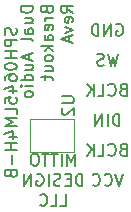
<source format=gbo>
G04 #@! TF.FileFunction,Legend,Bot*
%FSLAX46Y46*%
G04 Gerber Fmt 4.6, Leading zero omitted, Abs format (unit mm)*
G04 Created by KiCad (PCBNEW 4.0.4-stable) date 10/18/16 01:23:18*
%MOMM*%
%LPD*%
G01*
G04 APERTURE LIST*
%ADD10C,0.100000*%
%ADD11C,0.200000*%
%ADD12C,0.150000*%
G04 APERTURE END LIST*
D10*
D11*
X133683143Y-105178381D02*
X133683143Y-104178381D01*
X133349809Y-104892667D01*
X133016476Y-104178381D01*
X133016476Y-105178381D01*
X132540286Y-105178381D02*
X132540286Y-104178381D01*
X132206953Y-104178381D02*
X131635524Y-104178381D01*
X131921239Y-105178381D02*
X131921239Y-104178381D01*
X131445048Y-104178381D02*
X130873619Y-104178381D01*
X131159334Y-105178381D02*
X131159334Y-104178381D01*
X130349810Y-104178381D02*
X130159333Y-104178381D01*
X130064095Y-104226000D01*
X129968857Y-104321238D01*
X129921238Y-104511714D01*
X129921238Y-104845048D01*
X129968857Y-105035524D01*
X130064095Y-105130762D01*
X130159333Y-105178381D01*
X130349810Y-105178381D01*
X130445048Y-105130762D01*
X130540286Y-105035524D01*
X130587905Y-104845048D01*
X130587905Y-104511714D01*
X130540286Y-104321238D01*
X130445048Y-104226000D01*
X130349810Y-104178381D01*
X134278381Y-106878381D02*
X134278381Y-105878381D01*
X134040286Y-105878381D01*
X133897428Y-105926000D01*
X133802190Y-106021238D01*
X133754571Y-106116476D01*
X133706952Y-106306952D01*
X133706952Y-106449810D01*
X133754571Y-106640286D01*
X133802190Y-106735524D01*
X133897428Y-106830762D01*
X134040286Y-106878381D01*
X134278381Y-106878381D01*
X133278381Y-106354571D02*
X132945047Y-106354571D01*
X132802190Y-106878381D02*
X133278381Y-106878381D01*
X133278381Y-105878381D01*
X132802190Y-105878381D01*
X132421238Y-106830762D02*
X132278381Y-106878381D01*
X132040285Y-106878381D01*
X131945047Y-106830762D01*
X131897428Y-106783143D01*
X131849809Y-106687905D01*
X131849809Y-106592667D01*
X131897428Y-106497429D01*
X131945047Y-106449810D01*
X132040285Y-106402190D01*
X132230762Y-106354571D01*
X132326000Y-106306952D01*
X132373619Y-106259333D01*
X132421238Y-106164095D01*
X132421238Y-106068857D01*
X132373619Y-105973619D01*
X132326000Y-105926000D01*
X132230762Y-105878381D01*
X131992666Y-105878381D01*
X131849809Y-105926000D01*
X131421238Y-106878381D02*
X131421238Y-105878381D01*
X130421238Y-105926000D02*
X130516476Y-105878381D01*
X130659333Y-105878381D01*
X130802191Y-105926000D01*
X130897429Y-106021238D01*
X130945048Y-106116476D01*
X130992667Y-106306952D01*
X130992667Y-106449810D01*
X130945048Y-106640286D01*
X130897429Y-106735524D01*
X130802191Y-106830762D01*
X130659333Y-106878381D01*
X130564095Y-106878381D01*
X130421238Y-106830762D01*
X130373619Y-106783143D01*
X130373619Y-106449810D01*
X130564095Y-106449810D01*
X129945048Y-106878381D02*
X129945048Y-105878381D01*
X129373619Y-106878381D01*
X129373619Y-105878381D01*
X132421238Y-108578381D02*
X132897429Y-108578381D01*
X132897429Y-107578381D01*
X131611714Y-108578381D02*
X132087905Y-108578381D01*
X132087905Y-107578381D01*
X130706952Y-108483143D02*
X130754571Y-108530762D01*
X130897428Y-108578381D01*
X130992666Y-108578381D01*
X131135524Y-108530762D01*
X131230762Y-108435524D01*
X131278381Y-108340286D01*
X131326000Y-108149810D01*
X131326000Y-108006952D01*
X131278381Y-107816476D01*
X131230762Y-107721238D01*
X131135524Y-107626000D01*
X130992666Y-107578381D01*
X130897428Y-107578381D01*
X130754571Y-107626000D01*
X130706952Y-107673619D01*
X130070381Y-91678095D02*
X129070381Y-91678095D01*
X129070381Y-91916190D01*
X129118000Y-92059048D01*
X129213238Y-92154286D01*
X129308476Y-92201905D01*
X129498952Y-92249524D01*
X129641810Y-92249524D01*
X129832286Y-92201905D01*
X129927524Y-92154286D01*
X130022762Y-92059048D01*
X130070381Y-91916190D01*
X130070381Y-91678095D01*
X129403714Y-93106667D02*
X130070381Y-93106667D01*
X129403714Y-92678095D02*
X129927524Y-92678095D01*
X130022762Y-92725714D01*
X130070381Y-92820952D01*
X130070381Y-92963810D01*
X130022762Y-93059048D01*
X129975143Y-93106667D01*
X130070381Y-94011429D02*
X129546571Y-94011429D01*
X129451333Y-93963810D01*
X129403714Y-93868572D01*
X129403714Y-93678095D01*
X129451333Y-93582857D01*
X130022762Y-94011429D02*
X130070381Y-93916191D01*
X130070381Y-93678095D01*
X130022762Y-93582857D01*
X129927524Y-93535238D01*
X129832286Y-93535238D01*
X129737048Y-93582857D01*
X129689429Y-93678095D01*
X129689429Y-93916191D01*
X129641810Y-94011429D01*
X130070381Y-94630476D02*
X130022762Y-94535238D01*
X129927524Y-94487619D01*
X129070381Y-94487619D01*
X129784667Y-95725715D02*
X129784667Y-96201906D01*
X130070381Y-95630477D02*
X129070381Y-95963810D01*
X130070381Y-96297144D01*
X129403714Y-97059049D02*
X130070381Y-97059049D01*
X129403714Y-96630477D02*
X129927524Y-96630477D01*
X130022762Y-96678096D01*
X130070381Y-96773334D01*
X130070381Y-96916192D01*
X130022762Y-97011430D01*
X129975143Y-97059049D01*
X130070381Y-97963811D02*
X129070381Y-97963811D01*
X130022762Y-97963811D02*
X130070381Y-97868573D01*
X130070381Y-97678096D01*
X130022762Y-97582858D01*
X129975143Y-97535239D01*
X129879905Y-97487620D01*
X129594190Y-97487620D01*
X129498952Y-97535239D01*
X129451333Y-97582858D01*
X129403714Y-97678096D01*
X129403714Y-97868573D01*
X129451333Y-97963811D01*
X130070381Y-98440001D02*
X129403714Y-98440001D01*
X129070381Y-98440001D02*
X129118000Y-98392382D01*
X129165619Y-98440001D01*
X129118000Y-98487620D01*
X129070381Y-98440001D01*
X129165619Y-98440001D01*
X130070381Y-99059048D02*
X130022762Y-98963810D01*
X129975143Y-98916191D01*
X129879905Y-98868572D01*
X129594190Y-98868572D01*
X129498952Y-98916191D01*
X129451333Y-98963810D01*
X129403714Y-99059048D01*
X129403714Y-99201906D01*
X129451333Y-99297144D01*
X129498952Y-99344763D01*
X129594190Y-99392382D01*
X129879905Y-99392382D01*
X129975143Y-99344763D01*
X130022762Y-99297144D01*
X130070381Y-99201906D01*
X130070381Y-99059048D01*
X131246571Y-92011429D02*
X131294190Y-92154286D01*
X131341810Y-92201905D01*
X131437048Y-92249524D01*
X131579905Y-92249524D01*
X131675143Y-92201905D01*
X131722762Y-92154286D01*
X131770381Y-92059048D01*
X131770381Y-91678095D01*
X130770381Y-91678095D01*
X130770381Y-92011429D01*
X130818000Y-92106667D01*
X130865619Y-92154286D01*
X130960857Y-92201905D01*
X131056095Y-92201905D01*
X131151333Y-92154286D01*
X131198952Y-92106667D01*
X131246571Y-92011429D01*
X131246571Y-91678095D01*
X131770381Y-92678095D02*
X131103714Y-92678095D01*
X131294190Y-92678095D02*
X131198952Y-92725714D01*
X131151333Y-92773333D01*
X131103714Y-92868571D01*
X131103714Y-92963810D01*
X131722762Y-93678096D02*
X131770381Y-93582858D01*
X131770381Y-93392381D01*
X131722762Y-93297143D01*
X131627524Y-93249524D01*
X131246571Y-93249524D01*
X131151333Y-93297143D01*
X131103714Y-93392381D01*
X131103714Y-93582858D01*
X131151333Y-93678096D01*
X131246571Y-93725715D01*
X131341810Y-93725715D01*
X131437048Y-93249524D01*
X131770381Y-94582858D02*
X131246571Y-94582858D01*
X131151333Y-94535239D01*
X131103714Y-94440001D01*
X131103714Y-94249524D01*
X131151333Y-94154286D01*
X131722762Y-94582858D02*
X131770381Y-94487620D01*
X131770381Y-94249524D01*
X131722762Y-94154286D01*
X131627524Y-94106667D01*
X131532286Y-94106667D01*
X131437048Y-94154286D01*
X131389429Y-94249524D01*
X131389429Y-94487620D01*
X131341810Y-94582858D01*
X131770381Y-95059048D02*
X130770381Y-95059048D01*
X131389429Y-95154286D02*
X131770381Y-95440001D01*
X131103714Y-95440001D02*
X131484667Y-95059048D01*
X131770381Y-96011429D02*
X131722762Y-95916191D01*
X131675143Y-95868572D01*
X131579905Y-95820953D01*
X131294190Y-95820953D01*
X131198952Y-95868572D01*
X131151333Y-95916191D01*
X131103714Y-96011429D01*
X131103714Y-96154287D01*
X131151333Y-96249525D01*
X131198952Y-96297144D01*
X131294190Y-96344763D01*
X131579905Y-96344763D01*
X131675143Y-96297144D01*
X131722762Y-96249525D01*
X131770381Y-96154287D01*
X131770381Y-96011429D01*
X131103714Y-97201906D02*
X131770381Y-97201906D01*
X131103714Y-96773334D02*
X131627524Y-96773334D01*
X131722762Y-96820953D01*
X131770381Y-96916191D01*
X131770381Y-97059049D01*
X131722762Y-97154287D01*
X131675143Y-97201906D01*
X131103714Y-97535239D02*
X131103714Y-97916191D01*
X130770381Y-97678096D02*
X131627524Y-97678096D01*
X131722762Y-97725715D01*
X131770381Y-97820953D01*
X131770381Y-97916191D01*
X133470381Y-92249524D02*
X132994190Y-91916190D01*
X133470381Y-91678095D02*
X132470381Y-91678095D01*
X132470381Y-92059048D01*
X132518000Y-92154286D01*
X132565619Y-92201905D01*
X132660857Y-92249524D01*
X132803714Y-92249524D01*
X132898952Y-92201905D01*
X132946571Y-92154286D01*
X132994190Y-92059048D01*
X132994190Y-91678095D01*
X133422762Y-93059048D02*
X133470381Y-92963810D01*
X133470381Y-92773333D01*
X133422762Y-92678095D01*
X133327524Y-92630476D01*
X132946571Y-92630476D01*
X132851333Y-92678095D01*
X132803714Y-92773333D01*
X132803714Y-92963810D01*
X132851333Y-93059048D01*
X132946571Y-93106667D01*
X133041810Y-93106667D01*
X133137048Y-92630476D01*
X132803714Y-93440000D02*
X133470381Y-93678095D01*
X132803714Y-93916191D01*
X133184667Y-94249524D02*
X133184667Y-94725715D01*
X133470381Y-94154286D02*
X132470381Y-94487619D01*
X133470381Y-94820953D01*
X128674762Y-93512476D02*
X128722381Y-93655333D01*
X128722381Y-93893429D01*
X128674762Y-93988667D01*
X128627143Y-94036286D01*
X128531905Y-94083905D01*
X128436667Y-94083905D01*
X128341429Y-94036286D01*
X128293810Y-93988667D01*
X128246190Y-93893429D01*
X128198571Y-93702952D01*
X128150952Y-93607714D01*
X128103333Y-93560095D01*
X128008095Y-93512476D01*
X127912857Y-93512476D01*
X127817619Y-93560095D01*
X127770000Y-93607714D01*
X127722381Y-93702952D01*
X127722381Y-93941048D01*
X127770000Y-94083905D01*
X128722381Y-94512476D02*
X127722381Y-94512476D01*
X127722381Y-94893429D01*
X127770000Y-94988667D01*
X127817619Y-95036286D01*
X127912857Y-95083905D01*
X128055714Y-95083905D01*
X128150952Y-95036286D01*
X128198571Y-94988667D01*
X128246190Y-94893429D01*
X128246190Y-94512476D01*
X128722381Y-95512476D02*
X127722381Y-95512476D01*
X128198571Y-95512476D02*
X128198571Y-96083905D01*
X128722381Y-96083905D02*
X127722381Y-96083905D01*
X127722381Y-96750571D02*
X127722381Y-96845810D01*
X127770000Y-96941048D01*
X127817619Y-96988667D01*
X127912857Y-97036286D01*
X128103333Y-97083905D01*
X128341429Y-97083905D01*
X128531905Y-97036286D01*
X128627143Y-96988667D01*
X128674762Y-96941048D01*
X128722381Y-96845810D01*
X128722381Y-96750571D01*
X128674762Y-96655333D01*
X128627143Y-96607714D01*
X128531905Y-96560095D01*
X128341429Y-96512476D01*
X128103333Y-96512476D01*
X127912857Y-96560095D01*
X127817619Y-96607714D01*
X127770000Y-96655333D01*
X127722381Y-96750571D01*
X127722381Y-97941048D02*
X127722381Y-97750571D01*
X127770000Y-97655333D01*
X127817619Y-97607714D01*
X127960476Y-97512476D01*
X128150952Y-97464857D01*
X128531905Y-97464857D01*
X128627143Y-97512476D01*
X128674762Y-97560095D01*
X128722381Y-97655333D01*
X128722381Y-97845810D01*
X128674762Y-97941048D01*
X128627143Y-97988667D01*
X128531905Y-98036286D01*
X128293810Y-98036286D01*
X128198571Y-97988667D01*
X128150952Y-97941048D01*
X128103333Y-97845810D01*
X128103333Y-97655333D01*
X128150952Y-97560095D01*
X128198571Y-97512476D01*
X128293810Y-97464857D01*
X128055714Y-98893429D02*
X128722381Y-98893429D01*
X127674762Y-98655333D02*
X128389048Y-98417238D01*
X128389048Y-99036286D01*
X127722381Y-99893429D02*
X127722381Y-99417238D01*
X128198571Y-99369619D01*
X128150952Y-99417238D01*
X128103333Y-99512476D01*
X128103333Y-99750572D01*
X128150952Y-99845810D01*
X128198571Y-99893429D01*
X128293810Y-99941048D01*
X128531905Y-99941048D01*
X128627143Y-99893429D01*
X128674762Y-99845810D01*
X128722381Y-99750572D01*
X128722381Y-99512476D01*
X128674762Y-99417238D01*
X128627143Y-99369619D01*
X128722381Y-100845810D02*
X128722381Y-100369619D01*
X127722381Y-100369619D01*
X128722381Y-101179143D02*
X127722381Y-101179143D01*
X128436667Y-101512477D01*
X127722381Y-101845810D01*
X128722381Y-101845810D01*
X128055714Y-102750572D02*
X128722381Y-102750572D01*
X127674762Y-102512476D02*
X128389048Y-102274381D01*
X128389048Y-102893429D01*
X128722381Y-103274381D02*
X127722381Y-103274381D01*
X128198571Y-103274381D02*
X128198571Y-103845810D01*
X128722381Y-103845810D02*
X127722381Y-103845810D01*
X128341429Y-104322000D02*
X128341429Y-105083905D01*
X128198571Y-105893429D02*
X128246190Y-106036286D01*
X128293810Y-106083905D01*
X128389048Y-106131524D01*
X128531905Y-106131524D01*
X128627143Y-106083905D01*
X128674762Y-106036286D01*
X128722381Y-105941048D01*
X128722381Y-105560095D01*
X127722381Y-105560095D01*
X127722381Y-105893429D01*
X127770000Y-105988667D01*
X127817619Y-106036286D01*
X127912857Y-106083905D01*
X128008095Y-106083905D01*
X128103333Y-106036286D01*
X128150952Y-105988667D01*
X128198571Y-105893429D01*
X128198571Y-105560095D01*
X137731333Y-105878381D02*
X137398000Y-106878381D01*
X137064666Y-105878381D01*
X136159904Y-106783143D02*
X136207523Y-106830762D01*
X136350380Y-106878381D01*
X136445618Y-106878381D01*
X136588476Y-106830762D01*
X136683714Y-106735524D01*
X136731333Y-106640286D01*
X136778952Y-106449810D01*
X136778952Y-106306952D01*
X136731333Y-106116476D01*
X136683714Y-106021238D01*
X136588476Y-105926000D01*
X136445618Y-105878381D01*
X136350380Y-105878381D01*
X136207523Y-105926000D01*
X136159904Y-105973619D01*
X135159904Y-106783143D02*
X135207523Y-106830762D01*
X135350380Y-106878381D01*
X135445618Y-106878381D01*
X135588476Y-106830762D01*
X135683714Y-106735524D01*
X135731333Y-106640286D01*
X135778952Y-106449810D01*
X135778952Y-106306952D01*
X135731333Y-106116476D01*
X135683714Y-106021238D01*
X135588476Y-105926000D01*
X135445618Y-105878381D01*
X135350380Y-105878381D01*
X135207523Y-105926000D01*
X135159904Y-105973619D01*
X137731333Y-103814571D02*
X137588476Y-103862190D01*
X137540857Y-103909810D01*
X137493238Y-104005048D01*
X137493238Y-104147905D01*
X137540857Y-104243143D01*
X137588476Y-104290762D01*
X137683714Y-104338381D01*
X138064667Y-104338381D01*
X138064667Y-103338381D01*
X137731333Y-103338381D01*
X137636095Y-103386000D01*
X137588476Y-103433619D01*
X137540857Y-103528857D01*
X137540857Y-103624095D01*
X137588476Y-103719333D01*
X137636095Y-103766952D01*
X137731333Y-103814571D01*
X138064667Y-103814571D01*
X136493238Y-104243143D02*
X136540857Y-104290762D01*
X136683714Y-104338381D01*
X136778952Y-104338381D01*
X136921810Y-104290762D01*
X137017048Y-104195524D01*
X137064667Y-104100286D01*
X137112286Y-103909810D01*
X137112286Y-103766952D01*
X137064667Y-103576476D01*
X137017048Y-103481238D01*
X136921810Y-103386000D01*
X136778952Y-103338381D01*
X136683714Y-103338381D01*
X136540857Y-103386000D01*
X136493238Y-103433619D01*
X135588476Y-104338381D02*
X136064667Y-104338381D01*
X136064667Y-103338381D01*
X135255143Y-104338381D02*
X135255143Y-103338381D01*
X134683714Y-104338381D02*
X135112286Y-103766952D01*
X134683714Y-103338381D02*
X135255143Y-103909810D01*
X137421809Y-101798381D02*
X137421809Y-100798381D01*
X137183714Y-100798381D01*
X137040856Y-100846000D01*
X136945618Y-100941238D01*
X136897999Y-101036476D01*
X136850380Y-101226952D01*
X136850380Y-101369810D01*
X136897999Y-101560286D01*
X136945618Y-101655524D01*
X137040856Y-101750762D01*
X137183714Y-101798381D01*
X137421809Y-101798381D01*
X136421809Y-101798381D02*
X136421809Y-100798381D01*
X135945619Y-101798381D02*
X135945619Y-100798381D01*
X135374190Y-101798381D01*
X135374190Y-100798381D01*
X137731333Y-98734571D02*
X137588476Y-98782190D01*
X137540857Y-98829810D01*
X137493238Y-98925048D01*
X137493238Y-99067905D01*
X137540857Y-99163143D01*
X137588476Y-99210762D01*
X137683714Y-99258381D01*
X138064667Y-99258381D01*
X138064667Y-98258381D01*
X137731333Y-98258381D01*
X137636095Y-98306000D01*
X137588476Y-98353619D01*
X137540857Y-98448857D01*
X137540857Y-98544095D01*
X137588476Y-98639333D01*
X137636095Y-98686952D01*
X137731333Y-98734571D01*
X138064667Y-98734571D01*
X136493238Y-99163143D02*
X136540857Y-99210762D01*
X136683714Y-99258381D01*
X136778952Y-99258381D01*
X136921810Y-99210762D01*
X137017048Y-99115524D01*
X137064667Y-99020286D01*
X137112286Y-98829810D01*
X137112286Y-98686952D01*
X137064667Y-98496476D01*
X137017048Y-98401238D01*
X136921810Y-98306000D01*
X136778952Y-98258381D01*
X136683714Y-98258381D01*
X136540857Y-98306000D01*
X136493238Y-98353619D01*
X135588476Y-99258381D02*
X136064667Y-99258381D01*
X136064667Y-98258381D01*
X135255143Y-99258381D02*
X135255143Y-98258381D01*
X134683714Y-99258381D02*
X135112286Y-98686952D01*
X134683714Y-98258381D02*
X135255143Y-98829810D01*
X137302762Y-95718381D02*
X137064667Y-96718381D01*
X136874190Y-96004095D01*
X136683714Y-96718381D01*
X136445619Y-95718381D01*
X136112286Y-96670762D02*
X135969429Y-96718381D01*
X135731333Y-96718381D01*
X135636095Y-96670762D01*
X135588476Y-96623143D01*
X135540857Y-96527905D01*
X135540857Y-96432667D01*
X135588476Y-96337429D01*
X135636095Y-96289810D01*
X135731333Y-96242190D01*
X135921810Y-96194571D01*
X136017048Y-96146952D01*
X136064667Y-96099333D01*
X136112286Y-96004095D01*
X136112286Y-95908857D01*
X136064667Y-95813619D01*
X136017048Y-95766000D01*
X135921810Y-95718381D01*
X135683714Y-95718381D01*
X135540857Y-95766000D01*
X137159904Y-93226000D02*
X137255142Y-93178381D01*
X137397999Y-93178381D01*
X137540857Y-93226000D01*
X137636095Y-93321238D01*
X137683714Y-93416476D01*
X137731333Y-93606952D01*
X137731333Y-93749810D01*
X137683714Y-93940286D01*
X137636095Y-94035524D01*
X137540857Y-94130762D01*
X137397999Y-94178381D01*
X137302761Y-94178381D01*
X137159904Y-94130762D01*
X137112285Y-94083143D01*
X137112285Y-93749810D01*
X137302761Y-93749810D01*
X136683714Y-94178381D02*
X136683714Y-93178381D01*
X136112285Y-94178381D01*
X136112285Y-93178381D01*
X135636095Y-94178381D02*
X135636095Y-93178381D01*
X135398000Y-93178381D01*
X135255142Y-93226000D01*
X135159904Y-93321238D01*
X135112285Y-93416476D01*
X135064666Y-93606952D01*
X135064666Y-93749810D01*
X135112285Y-93940286D01*
X135159904Y-94035524D01*
X135255142Y-94130762D01*
X135398000Y-94178381D01*
X135636095Y-94178381D01*
D10*
X133588000Y-101216000D02*
X133588000Y-104016000D01*
X133588000Y-104016000D02*
X129888000Y-104016000D01*
X129888000Y-104016000D02*
X129888000Y-101216000D01*
X129888000Y-101216000D02*
X133588000Y-101216000D01*
D12*
X132548381Y-99314095D02*
X133357905Y-99314095D01*
X133453143Y-99361714D01*
X133500762Y-99409333D01*
X133548381Y-99504571D01*
X133548381Y-99695048D01*
X133500762Y-99790286D01*
X133453143Y-99837905D01*
X133357905Y-99885524D01*
X132548381Y-99885524D01*
X132643619Y-100314095D02*
X132596000Y-100361714D01*
X132548381Y-100456952D01*
X132548381Y-100695048D01*
X132596000Y-100790286D01*
X132643619Y-100837905D01*
X132738857Y-100885524D01*
X132834095Y-100885524D01*
X132976952Y-100837905D01*
X133548381Y-100266476D01*
X133548381Y-100885524D01*
M02*

</source>
